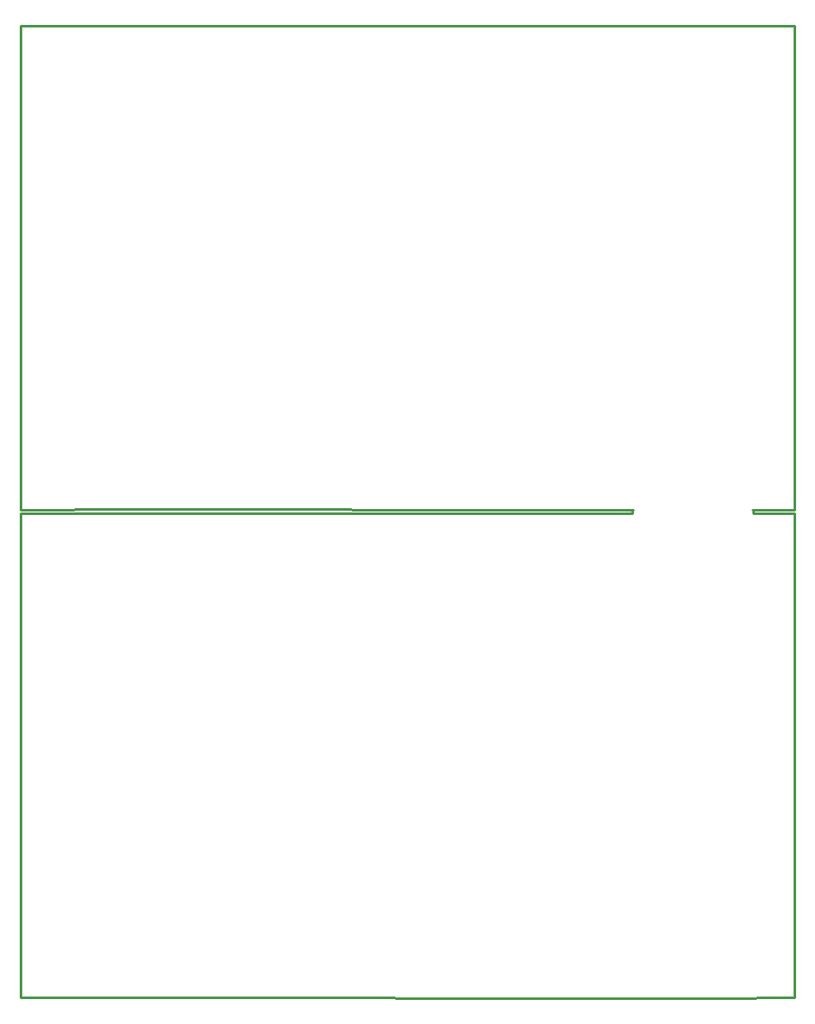
<source format=gko>
G04 Layer: BoardOutline*
G04 EasyEDA v6.3.43, 2020-06-01T19:13:48+08:00*
G04 e22e4845dbe6470894a8ffcda582c5b6,45e1048b23574a55a66a4e5d38cdb7dd,10*
G04 Gerber Generator version 0.2*
G04 Scale: 100 percent, Rotated: No, Reflected: No *
G04 Dimensions in millimeters *
G04 leading zeros omitted , absolute positions ,3 integer and 3 decimal *
%FSLAX33Y33*%
%MOMM*%
G90*
G71D02*

%ADD10C,0.250012*%
%ADD11C,0.254000*%
G54D10*
G01X5322Y48246D02*
G01X60463Y48202D01*
G01X60347Y48180D02*
G01X60347Y47814D01*
G54D11*
G01X68834Y0D02*
G01X76327Y63D01*
G01X76327Y47815D01*
G01X72263Y47843D01*
G01X60347Y47814D02*
G01X0Y47815D01*
G54D10*
G01X72262Y48224D02*
G01X72262Y47849D01*
G54D11*
G01X72229Y48189D02*
G01X76327Y48224D01*
G01X76327Y95976D01*
G01X0Y95976D01*
G54D10*
G01X5207Y62D02*
G01X69062Y11D01*
G54D11*
G01X0Y47814D02*
G01X0Y62D01*
G01X5207Y62D01*
G01X0Y95976D02*
G01X0Y48224D01*
G01X5207Y48224D01*

%LPD*%
M00*
M02*

</source>
